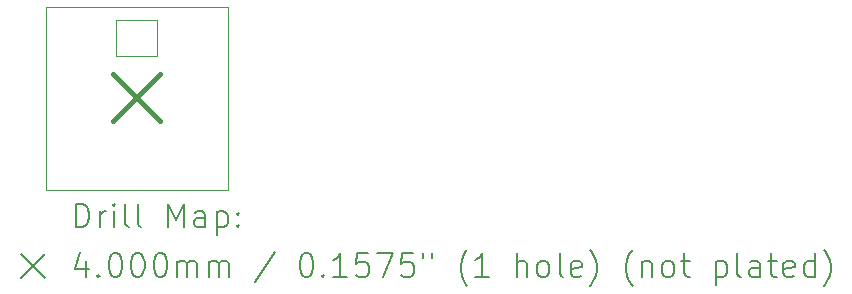
<source format=gbr>
%TF.GenerationSoftware,KiCad,Pcbnew,8.0.5*%
%TF.CreationDate,2024-09-21T17:12:39+02:00*%
%TF.ProjectId,keycap,6b657963-6170-42e6-9b69-6361645f7063,rev?*%
%TF.SameCoordinates,Original*%
%TF.FileFunction,Drillmap*%
%TF.FilePolarity,Positive*%
%FSLAX45Y45*%
G04 Gerber Fmt 4.5, Leading zero omitted, Abs format (unit mm)*
G04 Created by KiCad (PCBNEW 8.0.5) date 2024-09-21 17:12:39*
%MOMM*%
%LPD*%
G01*
G04 APERTURE LIST*
%ADD10C,0.100000*%
%ADD11C,0.120000*%
%ADD12C,0.200000*%
%ADD13C,0.400000*%
G04 APERTURE END LIST*
D10*
X11341114Y-12104436D02*
X11341114Y-10556936D01*
X12887706Y-12104624D02*
X11341114Y-12104436D01*
X12888468Y-10557256D02*
X12887706Y-12104624D01*
X11341114Y-10556936D02*
X12888468Y-10557256D01*
D11*
X11940000Y-10670000D02*
X12280000Y-10670000D01*
X11940000Y-10970000D02*
X11940000Y-10670000D01*
X12280000Y-10670000D02*
X12280000Y-10970000D01*
X12280000Y-10970000D02*
X11940000Y-10970000D01*
D12*
D13*
X11911990Y-11125860D02*
X12311990Y-11525860D01*
X12311990Y-11125860D02*
X11911990Y-11525860D01*
D12*
X11596891Y-12421108D02*
X11596891Y-12221108D01*
X11596891Y-12221108D02*
X11644510Y-12221108D01*
X11644510Y-12221108D02*
X11673081Y-12230632D01*
X11673081Y-12230632D02*
X11692129Y-12249679D01*
X11692129Y-12249679D02*
X11701653Y-12268727D01*
X11701653Y-12268727D02*
X11711176Y-12306822D01*
X11711176Y-12306822D02*
X11711176Y-12335393D01*
X11711176Y-12335393D02*
X11701653Y-12373489D01*
X11701653Y-12373489D02*
X11692129Y-12392536D01*
X11692129Y-12392536D02*
X11673081Y-12411584D01*
X11673081Y-12411584D02*
X11644510Y-12421108D01*
X11644510Y-12421108D02*
X11596891Y-12421108D01*
X11796891Y-12421108D02*
X11796891Y-12287774D01*
X11796891Y-12325870D02*
X11806415Y-12306822D01*
X11806415Y-12306822D02*
X11815938Y-12297298D01*
X11815938Y-12297298D02*
X11834986Y-12287774D01*
X11834986Y-12287774D02*
X11854034Y-12287774D01*
X11920700Y-12421108D02*
X11920700Y-12287774D01*
X11920700Y-12221108D02*
X11911176Y-12230632D01*
X11911176Y-12230632D02*
X11920700Y-12240155D01*
X11920700Y-12240155D02*
X11930224Y-12230632D01*
X11930224Y-12230632D02*
X11920700Y-12221108D01*
X11920700Y-12221108D02*
X11920700Y-12240155D01*
X12044510Y-12421108D02*
X12025462Y-12411584D01*
X12025462Y-12411584D02*
X12015938Y-12392536D01*
X12015938Y-12392536D02*
X12015938Y-12221108D01*
X12149272Y-12421108D02*
X12130224Y-12411584D01*
X12130224Y-12411584D02*
X12120700Y-12392536D01*
X12120700Y-12392536D02*
X12120700Y-12221108D01*
X12377843Y-12421108D02*
X12377843Y-12221108D01*
X12377843Y-12221108D02*
X12444510Y-12363965D01*
X12444510Y-12363965D02*
X12511176Y-12221108D01*
X12511176Y-12221108D02*
X12511176Y-12421108D01*
X12692129Y-12421108D02*
X12692129Y-12316346D01*
X12692129Y-12316346D02*
X12682605Y-12297298D01*
X12682605Y-12297298D02*
X12663557Y-12287774D01*
X12663557Y-12287774D02*
X12625462Y-12287774D01*
X12625462Y-12287774D02*
X12606415Y-12297298D01*
X12692129Y-12411584D02*
X12673081Y-12421108D01*
X12673081Y-12421108D02*
X12625462Y-12421108D01*
X12625462Y-12421108D02*
X12606415Y-12411584D01*
X12606415Y-12411584D02*
X12596891Y-12392536D01*
X12596891Y-12392536D02*
X12596891Y-12373489D01*
X12596891Y-12373489D02*
X12606415Y-12354441D01*
X12606415Y-12354441D02*
X12625462Y-12344917D01*
X12625462Y-12344917D02*
X12673081Y-12344917D01*
X12673081Y-12344917D02*
X12692129Y-12335393D01*
X12787367Y-12287774D02*
X12787367Y-12487774D01*
X12787367Y-12297298D02*
X12806415Y-12287774D01*
X12806415Y-12287774D02*
X12844510Y-12287774D01*
X12844510Y-12287774D02*
X12863557Y-12297298D01*
X12863557Y-12297298D02*
X12873081Y-12306822D01*
X12873081Y-12306822D02*
X12882605Y-12325870D01*
X12882605Y-12325870D02*
X12882605Y-12383012D01*
X12882605Y-12383012D02*
X12873081Y-12402060D01*
X12873081Y-12402060D02*
X12863557Y-12411584D01*
X12863557Y-12411584D02*
X12844510Y-12421108D01*
X12844510Y-12421108D02*
X12806415Y-12421108D01*
X12806415Y-12421108D02*
X12787367Y-12411584D01*
X12968319Y-12402060D02*
X12977843Y-12411584D01*
X12977843Y-12411584D02*
X12968319Y-12421108D01*
X12968319Y-12421108D02*
X12958796Y-12411584D01*
X12958796Y-12411584D02*
X12968319Y-12402060D01*
X12968319Y-12402060D02*
X12968319Y-12421108D01*
X12968319Y-12297298D02*
X12977843Y-12306822D01*
X12977843Y-12306822D02*
X12968319Y-12316346D01*
X12968319Y-12316346D02*
X12958796Y-12306822D01*
X12958796Y-12306822D02*
X12968319Y-12297298D01*
X12968319Y-12297298D02*
X12968319Y-12316346D01*
X11136114Y-12649624D02*
X11336114Y-12849624D01*
X11336114Y-12649624D02*
X11136114Y-12849624D01*
X11682605Y-12707774D02*
X11682605Y-12841108D01*
X11634986Y-12631584D02*
X11587367Y-12774441D01*
X11587367Y-12774441D02*
X11711176Y-12774441D01*
X11787367Y-12822060D02*
X11796891Y-12831584D01*
X11796891Y-12831584D02*
X11787367Y-12841108D01*
X11787367Y-12841108D02*
X11777843Y-12831584D01*
X11777843Y-12831584D02*
X11787367Y-12822060D01*
X11787367Y-12822060D02*
X11787367Y-12841108D01*
X11920700Y-12641108D02*
X11939748Y-12641108D01*
X11939748Y-12641108D02*
X11958796Y-12650632D01*
X11958796Y-12650632D02*
X11968319Y-12660155D01*
X11968319Y-12660155D02*
X11977843Y-12679203D01*
X11977843Y-12679203D02*
X11987367Y-12717298D01*
X11987367Y-12717298D02*
X11987367Y-12764917D01*
X11987367Y-12764917D02*
X11977843Y-12803012D01*
X11977843Y-12803012D02*
X11968319Y-12822060D01*
X11968319Y-12822060D02*
X11958796Y-12831584D01*
X11958796Y-12831584D02*
X11939748Y-12841108D01*
X11939748Y-12841108D02*
X11920700Y-12841108D01*
X11920700Y-12841108D02*
X11901653Y-12831584D01*
X11901653Y-12831584D02*
X11892129Y-12822060D01*
X11892129Y-12822060D02*
X11882605Y-12803012D01*
X11882605Y-12803012D02*
X11873081Y-12764917D01*
X11873081Y-12764917D02*
X11873081Y-12717298D01*
X11873081Y-12717298D02*
X11882605Y-12679203D01*
X11882605Y-12679203D02*
X11892129Y-12660155D01*
X11892129Y-12660155D02*
X11901653Y-12650632D01*
X11901653Y-12650632D02*
X11920700Y-12641108D01*
X12111176Y-12641108D02*
X12130224Y-12641108D01*
X12130224Y-12641108D02*
X12149272Y-12650632D01*
X12149272Y-12650632D02*
X12158796Y-12660155D01*
X12158796Y-12660155D02*
X12168319Y-12679203D01*
X12168319Y-12679203D02*
X12177843Y-12717298D01*
X12177843Y-12717298D02*
X12177843Y-12764917D01*
X12177843Y-12764917D02*
X12168319Y-12803012D01*
X12168319Y-12803012D02*
X12158796Y-12822060D01*
X12158796Y-12822060D02*
X12149272Y-12831584D01*
X12149272Y-12831584D02*
X12130224Y-12841108D01*
X12130224Y-12841108D02*
X12111176Y-12841108D01*
X12111176Y-12841108D02*
X12092129Y-12831584D01*
X12092129Y-12831584D02*
X12082605Y-12822060D01*
X12082605Y-12822060D02*
X12073081Y-12803012D01*
X12073081Y-12803012D02*
X12063557Y-12764917D01*
X12063557Y-12764917D02*
X12063557Y-12717298D01*
X12063557Y-12717298D02*
X12073081Y-12679203D01*
X12073081Y-12679203D02*
X12082605Y-12660155D01*
X12082605Y-12660155D02*
X12092129Y-12650632D01*
X12092129Y-12650632D02*
X12111176Y-12641108D01*
X12301653Y-12641108D02*
X12320700Y-12641108D01*
X12320700Y-12641108D02*
X12339748Y-12650632D01*
X12339748Y-12650632D02*
X12349272Y-12660155D01*
X12349272Y-12660155D02*
X12358796Y-12679203D01*
X12358796Y-12679203D02*
X12368319Y-12717298D01*
X12368319Y-12717298D02*
X12368319Y-12764917D01*
X12368319Y-12764917D02*
X12358796Y-12803012D01*
X12358796Y-12803012D02*
X12349272Y-12822060D01*
X12349272Y-12822060D02*
X12339748Y-12831584D01*
X12339748Y-12831584D02*
X12320700Y-12841108D01*
X12320700Y-12841108D02*
X12301653Y-12841108D01*
X12301653Y-12841108D02*
X12282605Y-12831584D01*
X12282605Y-12831584D02*
X12273081Y-12822060D01*
X12273081Y-12822060D02*
X12263557Y-12803012D01*
X12263557Y-12803012D02*
X12254034Y-12764917D01*
X12254034Y-12764917D02*
X12254034Y-12717298D01*
X12254034Y-12717298D02*
X12263557Y-12679203D01*
X12263557Y-12679203D02*
X12273081Y-12660155D01*
X12273081Y-12660155D02*
X12282605Y-12650632D01*
X12282605Y-12650632D02*
X12301653Y-12641108D01*
X12454034Y-12841108D02*
X12454034Y-12707774D01*
X12454034Y-12726822D02*
X12463557Y-12717298D01*
X12463557Y-12717298D02*
X12482605Y-12707774D01*
X12482605Y-12707774D02*
X12511177Y-12707774D01*
X12511177Y-12707774D02*
X12530224Y-12717298D01*
X12530224Y-12717298D02*
X12539748Y-12736346D01*
X12539748Y-12736346D02*
X12539748Y-12841108D01*
X12539748Y-12736346D02*
X12549272Y-12717298D01*
X12549272Y-12717298D02*
X12568319Y-12707774D01*
X12568319Y-12707774D02*
X12596891Y-12707774D01*
X12596891Y-12707774D02*
X12615938Y-12717298D01*
X12615938Y-12717298D02*
X12625462Y-12736346D01*
X12625462Y-12736346D02*
X12625462Y-12841108D01*
X12720700Y-12841108D02*
X12720700Y-12707774D01*
X12720700Y-12726822D02*
X12730224Y-12717298D01*
X12730224Y-12717298D02*
X12749272Y-12707774D01*
X12749272Y-12707774D02*
X12777843Y-12707774D01*
X12777843Y-12707774D02*
X12796891Y-12717298D01*
X12796891Y-12717298D02*
X12806415Y-12736346D01*
X12806415Y-12736346D02*
X12806415Y-12841108D01*
X12806415Y-12736346D02*
X12815938Y-12717298D01*
X12815938Y-12717298D02*
X12834986Y-12707774D01*
X12834986Y-12707774D02*
X12863557Y-12707774D01*
X12863557Y-12707774D02*
X12882605Y-12717298D01*
X12882605Y-12717298D02*
X12892129Y-12736346D01*
X12892129Y-12736346D02*
X12892129Y-12841108D01*
X13282605Y-12631584D02*
X13111177Y-12888727D01*
X13539748Y-12641108D02*
X13558796Y-12641108D01*
X13558796Y-12641108D02*
X13577843Y-12650632D01*
X13577843Y-12650632D02*
X13587367Y-12660155D01*
X13587367Y-12660155D02*
X13596891Y-12679203D01*
X13596891Y-12679203D02*
X13606415Y-12717298D01*
X13606415Y-12717298D02*
X13606415Y-12764917D01*
X13606415Y-12764917D02*
X13596891Y-12803012D01*
X13596891Y-12803012D02*
X13587367Y-12822060D01*
X13587367Y-12822060D02*
X13577843Y-12831584D01*
X13577843Y-12831584D02*
X13558796Y-12841108D01*
X13558796Y-12841108D02*
X13539748Y-12841108D01*
X13539748Y-12841108D02*
X13520700Y-12831584D01*
X13520700Y-12831584D02*
X13511177Y-12822060D01*
X13511177Y-12822060D02*
X13501653Y-12803012D01*
X13501653Y-12803012D02*
X13492129Y-12764917D01*
X13492129Y-12764917D02*
X13492129Y-12717298D01*
X13492129Y-12717298D02*
X13501653Y-12679203D01*
X13501653Y-12679203D02*
X13511177Y-12660155D01*
X13511177Y-12660155D02*
X13520700Y-12650632D01*
X13520700Y-12650632D02*
X13539748Y-12641108D01*
X13692129Y-12822060D02*
X13701653Y-12831584D01*
X13701653Y-12831584D02*
X13692129Y-12841108D01*
X13692129Y-12841108D02*
X13682605Y-12831584D01*
X13682605Y-12831584D02*
X13692129Y-12822060D01*
X13692129Y-12822060D02*
X13692129Y-12841108D01*
X13892129Y-12841108D02*
X13777843Y-12841108D01*
X13834986Y-12841108D02*
X13834986Y-12641108D01*
X13834986Y-12641108D02*
X13815939Y-12669679D01*
X13815939Y-12669679D02*
X13796891Y-12688727D01*
X13796891Y-12688727D02*
X13777843Y-12698251D01*
X14073081Y-12641108D02*
X13977843Y-12641108D01*
X13977843Y-12641108D02*
X13968320Y-12736346D01*
X13968320Y-12736346D02*
X13977843Y-12726822D01*
X13977843Y-12726822D02*
X13996891Y-12717298D01*
X13996891Y-12717298D02*
X14044510Y-12717298D01*
X14044510Y-12717298D02*
X14063558Y-12726822D01*
X14063558Y-12726822D02*
X14073081Y-12736346D01*
X14073081Y-12736346D02*
X14082605Y-12755393D01*
X14082605Y-12755393D02*
X14082605Y-12803012D01*
X14082605Y-12803012D02*
X14073081Y-12822060D01*
X14073081Y-12822060D02*
X14063558Y-12831584D01*
X14063558Y-12831584D02*
X14044510Y-12841108D01*
X14044510Y-12841108D02*
X13996891Y-12841108D01*
X13996891Y-12841108D02*
X13977843Y-12831584D01*
X13977843Y-12831584D02*
X13968320Y-12822060D01*
X14149272Y-12641108D02*
X14282605Y-12641108D01*
X14282605Y-12641108D02*
X14196891Y-12841108D01*
X14454034Y-12641108D02*
X14358796Y-12641108D01*
X14358796Y-12641108D02*
X14349272Y-12736346D01*
X14349272Y-12736346D02*
X14358796Y-12726822D01*
X14358796Y-12726822D02*
X14377843Y-12717298D01*
X14377843Y-12717298D02*
X14425462Y-12717298D01*
X14425462Y-12717298D02*
X14444510Y-12726822D01*
X14444510Y-12726822D02*
X14454034Y-12736346D01*
X14454034Y-12736346D02*
X14463558Y-12755393D01*
X14463558Y-12755393D02*
X14463558Y-12803012D01*
X14463558Y-12803012D02*
X14454034Y-12822060D01*
X14454034Y-12822060D02*
X14444510Y-12831584D01*
X14444510Y-12831584D02*
X14425462Y-12841108D01*
X14425462Y-12841108D02*
X14377843Y-12841108D01*
X14377843Y-12841108D02*
X14358796Y-12831584D01*
X14358796Y-12831584D02*
X14349272Y-12822060D01*
X14539748Y-12641108D02*
X14539748Y-12679203D01*
X14615939Y-12641108D02*
X14615939Y-12679203D01*
X14911177Y-12917298D02*
X14901653Y-12907774D01*
X14901653Y-12907774D02*
X14882605Y-12879203D01*
X14882605Y-12879203D02*
X14873082Y-12860155D01*
X14873082Y-12860155D02*
X14863558Y-12831584D01*
X14863558Y-12831584D02*
X14854034Y-12783965D01*
X14854034Y-12783965D02*
X14854034Y-12745870D01*
X14854034Y-12745870D02*
X14863558Y-12698251D01*
X14863558Y-12698251D02*
X14873082Y-12669679D01*
X14873082Y-12669679D02*
X14882605Y-12650632D01*
X14882605Y-12650632D02*
X14901653Y-12622060D01*
X14901653Y-12622060D02*
X14911177Y-12612536D01*
X15092129Y-12841108D02*
X14977843Y-12841108D01*
X15034986Y-12841108D02*
X15034986Y-12641108D01*
X15034986Y-12641108D02*
X15015939Y-12669679D01*
X15015939Y-12669679D02*
X14996891Y-12688727D01*
X14996891Y-12688727D02*
X14977843Y-12698251D01*
X15330224Y-12841108D02*
X15330224Y-12641108D01*
X15415939Y-12841108D02*
X15415939Y-12736346D01*
X15415939Y-12736346D02*
X15406415Y-12717298D01*
X15406415Y-12717298D02*
X15387367Y-12707774D01*
X15387367Y-12707774D02*
X15358796Y-12707774D01*
X15358796Y-12707774D02*
X15339748Y-12717298D01*
X15339748Y-12717298D02*
X15330224Y-12726822D01*
X15539748Y-12841108D02*
X15520701Y-12831584D01*
X15520701Y-12831584D02*
X15511177Y-12822060D01*
X15511177Y-12822060D02*
X15501653Y-12803012D01*
X15501653Y-12803012D02*
X15501653Y-12745870D01*
X15501653Y-12745870D02*
X15511177Y-12726822D01*
X15511177Y-12726822D02*
X15520701Y-12717298D01*
X15520701Y-12717298D02*
X15539748Y-12707774D01*
X15539748Y-12707774D02*
X15568320Y-12707774D01*
X15568320Y-12707774D02*
X15587367Y-12717298D01*
X15587367Y-12717298D02*
X15596891Y-12726822D01*
X15596891Y-12726822D02*
X15606415Y-12745870D01*
X15606415Y-12745870D02*
X15606415Y-12803012D01*
X15606415Y-12803012D02*
X15596891Y-12822060D01*
X15596891Y-12822060D02*
X15587367Y-12831584D01*
X15587367Y-12831584D02*
X15568320Y-12841108D01*
X15568320Y-12841108D02*
X15539748Y-12841108D01*
X15720701Y-12841108D02*
X15701653Y-12831584D01*
X15701653Y-12831584D02*
X15692129Y-12812536D01*
X15692129Y-12812536D02*
X15692129Y-12641108D01*
X15873082Y-12831584D02*
X15854034Y-12841108D01*
X15854034Y-12841108D02*
X15815939Y-12841108D01*
X15815939Y-12841108D02*
X15796891Y-12831584D01*
X15796891Y-12831584D02*
X15787367Y-12812536D01*
X15787367Y-12812536D02*
X15787367Y-12736346D01*
X15787367Y-12736346D02*
X15796891Y-12717298D01*
X15796891Y-12717298D02*
X15815939Y-12707774D01*
X15815939Y-12707774D02*
X15854034Y-12707774D01*
X15854034Y-12707774D02*
X15873082Y-12717298D01*
X15873082Y-12717298D02*
X15882605Y-12736346D01*
X15882605Y-12736346D02*
X15882605Y-12755393D01*
X15882605Y-12755393D02*
X15787367Y-12774441D01*
X15949272Y-12917298D02*
X15958796Y-12907774D01*
X15958796Y-12907774D02*
X15977844Y-12879203D01*
X15977844Y-12879203D02*
X15987367Y-12860155D01*
X15987367Y-12860155D02*
X15996891Y-12831584D01*
X15996891Y-12831584D02*
X16006415Y-12783965D01*
X16006415Y-12783965D02*
X16006415Y-12745870D01*
X16006415Y-12745870D02*
X15996891Y-12698251D01*
X15996891Y-12698251D02*
X15987367Y-12669679D01*
X15987367Y-12669679D02*
X15977844Y-12650632D01*
X15977844Y-12650632D02*
X15958796Y-12622060D01*
X15958796Y-12622060D02*
X15949272Y-12612536D01*
X16311177Y-12917298D02*
X16301653Y-12907774D01*
X16301653Y-12907774D02*
X16282605Y-12879203D01*
X16282605Y-12879203D02*
X16273082Y-12860155D01*
X16273082Y-12860155D02*
X16263558Y-12831584D01*
X16263558Y-12831584D02*
X16254034Y-12783965D01*
X16254034Y-12783965D02*
X16254034Y-12745870D01*
X16254034Y-12745870D02*
X16263558Y-12698251D01*
X16263558Y-12698251D02*
X16273082Y-12669679D01*
X16273082Y-12669679D02*
X16282605Y-12650632D01*
X16282605Y-12650632D02*
X16301653Y-12622060D01*
X16301653Y-12622060D02*
X16311177Y-12612536D01*
X16387367Y-12707774D02*
X16387367Y-12841108D01*
X16387367Y-12726822D02*
X16396891Y-12717298D01*
X16396891Y-12717298D02*
X16415939Y-12707774D01*
X16415939Y-12707774D02*
X16444510Y-12707774D01*
X16444510Y-12707774D02*
X16463558Y-12717298D01*
X16463558Y-12717298D02*
X16473082Y-12736346D01*
X16473082Y-12736346D02*
X16473082Y-12841108D01*
X16596891Y-12841108D02*
X16577844Y-12831584D01*
X16577844Y-12831584D02*
X16568320Y-12822060D01*
X16568320Y-12822060D02*
X16558796Y-12803012D01*
X16558796Y-12803012D02*
X16558796Y-12745870D01*
X16558796Y-12745870D02*
X16568320Y-12726822D01*
X16568320Y-12726822D02*
X16577844Y-12717298D01*
X16577844Y-12717298D02*
X16596891Y-12707774D01*
X16596891Y-12707774D02*
X16625463Y-12707774D01*
X16625463Y-12707774D02*
X16644510Y-12717298D01*
X16644510Y-12717298D02*
X16654034Y-12726822D01*
X16654034Y-12726822D02*
X16663558Y-12745870D01*
X16663558Y-12745870D02*
X16663558Y-12803012D01*
X16663558Y-12803012D02*
X16654034Y-12822060D01*
X16654034Y-12822060D02*
X16644510Y-12831584D01*
X16644510Y-12831584D02*
X16625463Y-12841108D01*
X16625463Y-12841108D02*
X16596891Y-12841108D01*
X16720701Y-12707774D02*
X16796891Y-12707774D01*
X16749272Y-12641108D02*
X16749272Y-12812536D01*
X16749272Y-12812536D02*
X16758796Y-12831584D01*
X16758796Y-12831584D02*
X16777844Y-12841108D01*
X16777844Y-12841108D02*
X16796891Y-12841108D01*
X17015939Y-12707774D02*
X17015939Y-12907774D01*
X17015939Y-12717298D02*
X17034987Y-12707774D01*
X17034987Y-12707774D02*
X17073082Y-12707774D01*
X17073082Y-12707774D02*
X17092129Y-12717298D01*
X17092129Y-12717298D02*
X17101653Y-12726822D01*
X17101653Y-12726822D02*
X17111177Y-12745870D01*
X17111177Y-12745870D02*
X17111177Y-12803012D01*
X17111177Y-12803012D02*
X17101653Y-12822060D01*
X17101653Y-12822060D02*
X17092129Y-12831584D01*
X17092129Y-12831584D02*
X17073082Y-12841108D01*
X17073082Y-12841108D02*
X17034987Y-12841108D01*
X17034987Y-12841108D02*
X17015939Y-12831584D01*
X17225463Y-12841108D02*
X17206415Y-12831584D01*
X17206415Y-12831584D02*
X17196891Y-12812536D01*
X17196891Y-12812536D02*
X17196891Y-12641108D01*
X17387368Y-12841108D02*
X17387368Y-12736346D01*
X17387368Y-12736346D02*
X17377844Y-12717298D01*
X17377844Y-12717298D02*
X17358796Y-12707774D01*
X17358796Y-12707774D02*
X17320701Y-12707774D01*
X17320701Y-12707774D02*
X17301653Y-12717298D01*
X17387368Y-12831584D02*
X17368320Y-12841108D01*
X17368320Y-12841108D02*
X17320701Y-12841108D01*
X17320701Y-12841108D02*
X17301653Y-12831584D01*
X17301653Y-12831584D02*
X17292129Y-12812536D01*
X17292129Y-12812536D02*
X17292129Y-12793489D01*
X17292129Y-12793489D02*
X17301653Y-12774441D01*
X17301653Y-12774441D02*
X17320701Y-12764917D01*
X17320701Y-12764917D02*
X17368320Y-12764917D01*
X17368320Y-12764917D02*
X17387368Y-12755393D01*
X17454034Y-12707774D02*
X17530225Y-12707774D01*
X17482606Y-12641108D02*
X17482606Y-12812536D01*
X17482606Y-12812536D02*
X17492129Y-12831584D01*
X17492129Y-12831584D02*
X17511177Y-12841108D01*
X17511177Y-12841108D02*
X17530225Y-12841108D01*
X17673082Y-12831584D02*
X17654034Y-12841108D01*
X17654034Y-12841108D02*
X17615939Y-12841108D01*
X17615939Y-12841108D02*
X17596891Y-12831584D01*
X17596891Y-12831584D02*
X17587368Y-12812536D01*
X17587368Y-12812536D02*
X17587368Y-12736346D01*
X17587368Y-12736346D02*
X17596891Y-12717298D01*
X17596891Y-12717298D02*
X17615939Y-12707774D01*
X17615939Y-12707774D02*
X17654034Y-12707774D01*
X17654034Y-12707774D02*
X17673082Y-12717298D01*
X17673082Y-12717298D02*
X17682606Y-12736346D01*
X17682606Y-12736346D02*
X17682606Y-12755393D01*
X17682606Y-12755393D02*
X17587368Y-12774441D01*
X17854034Y-12841108D02*
X17854034Y-12641108D01*
X17854034Y-12831584D02*
X17834987Y-12841108D01*
X17834987Y-12841108D02*
X17796891Y-12841108D01*
X17796891Y-12841108D02*
X17777844Y-12831584D01*
X17777844Y-12831584D02*
X17768320Y-12822060D01*
X17768320Y-12822060D02*
X17758796Y-12803012D01*
X17758796Y-12803012D02*
X17758796Y-12745870D01*
X17758796Y-12745870D02*
X17768320Y-12726822D01*
X17768320Y-12726822D02*
X17777844Y-12717298D01*
X17777844Y-12717298D02*
X17796891Y-12707774D01*
X17796891Y-12707774D02*
X17834987Y-12707774D01*
X17834987Y-12707774D02*
X17854034Y-12717298D01*
X17930225Y-12917298D02*
X17939749Y-12907774D01*
X17939749Y-12907774D02*
X17958796Y-12879203D01*
X17958796Y-12879203D02*
X17968320Y-12860155D01*
X17968320Y-12860155D02*
X17977844Y-12831584D01*
X17977844Y-12831584D02*
X17987368Y-12783965D01*
X17987368Y-12783965D02*
X17987368Y-12745870D01*
X17987368Y-12745870D02*
X17977844Y-12698251D01*
X17977844Y-12698251D02*
X17968320Y-12669679D01*
X17968320Y-12669679D02*
X17958796Y-12650632D01*
X17958796Y-12650632D02*
X17939749Y-12622060D01*
X17939749Y-12622060D02*
X17930225Y-12612536D01*
M02*

</source>
